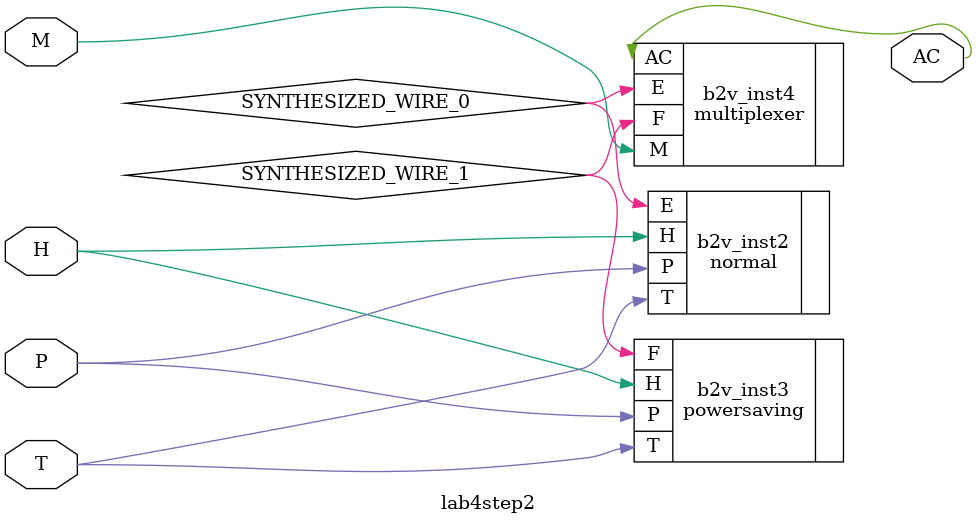
<source format=v>


module lab4step2(
	P,
	H,
	T,
	M,
	AC
);


input wire	P;
input wire	H;
input wire	T;
input wire	M;
output wire	AC;

wire	SYNTHESIZED_WIRE_0;
wire	SYNTHESIZED_WIRE_1;





normal	b2v_inst2(
	.P(P),
	.T(T),
	.H(H),
	.E(SYNTHESIZED_WIRE_0));


powersaving	b2v_inst3(
	.P(P),
	.T(T),
	.H(H),
	.F(SYNTHESIZED_WIRE_1));


multiplexer	b2v_inst4(
	.E(SYNTHESIZED_WIRE_0),
	.F(SYNTHESIZED_WIRE_1),
	.M(M),
	.AC(AC));


endmodule

</source>
